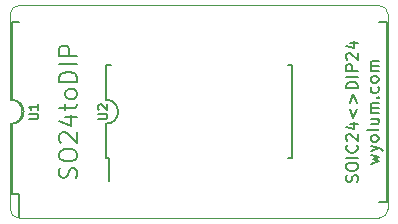
<source format=gto>
G04 #@! TF.FileFunction,Legend,Top*
%FSLAX46Y46*%
G04 Gerber Fmt 4.6, Leading zero omitted, Abs format (unit mm)*
G04 Created by KiCad (PCBNEW 4.0.2-4+6225~38~ubuntu15.10.1-stable) date Fri May 13 21:54:02 2016*
%MOMM*%
G01*
G04 APERTURE LIST*
%ADD10C,0.101600*%
%ADD11C,0.100000*%
%ADD12C,0.150000*%
%ADD13C,0.200000*%
%ADD14R,0.600000X2.000000*%
%ADD15O,1.600200X2.286000*%
G04 APERTURE END LIST*
D10*
D11*
X0Y8000000D02*
X0Y750000D01*
X0Y8000000D02*
G75*
G03X0Y10000000I0J1000000D01*
G01*
X32000000Y17250000D02*
G75*
G03X31250000Y18000000I-750000J0D01*
G01*
D12*
X30535714Y4619048D02*
X31202381Y4809524D01*
X30726190Y5000001D01*
X31202381Y5190477D01*
X30535714Y5380953D01*
X30535714Y5666667D02*
X31202381Y5904762D01*
X30535714Y6142858D02*
X31202381Y5904762D01*
X31440476Y5809524D01*
X31488095Y5761905D01*
X31535714Y5666667D01*
X31202381Y6666667D02*
X31154762Y6571429D01*
X31107143Y6523810D01*
X31011905Y6476191D01*
X30726190Y6476191D01*
X30630952Y6523810D01*
X30583333Y6571429D01*
X30535714Y6666667D01*
X30535714Y6809525D01*
X30583333Y6904763D01*
X30630952Y6952382D01*
X30726190Y7000001D01*
X31011905Y7000001D01*
X31107143Y6952382D01*
X31154762Y6904763D01*
X31202381Y6809525D01*
X31202381Y6666667D01*
X31202381Y7571429D02*
X31154762Y7476191D01*
X31059524Y7428572D01*
X30202381Y7428572D01*
X30535714Y8380954D02*
X31202381Y8380954D01*
X30535714Y7952382D02*
X31059524Y7952382D01*
X31154762Y8000001D01*
X31202381Y8095239D01*
X31202381Y8238097D01*
X31154762Y8333335D01*
X31107143Y8380954D01*
X31202381Y8857144D02*
X30535714Y8857144D01*
X30630952Y8857144D02*
X30583333Y8904763D01*
X30535714Y9000001D01*
X30535714Y9142859D01*
X30583333Y9238097D01*
X30678571Y9285716D01*
X31202381Y9285716D01*
X30678571Y9285716D02*
X30583333Y9333335D01*
X30535714Y9428573D01*
X30535714Y9571430D01*
X30583333Y9666668D01*
X30678571Y9714287D01*
X31202381Y9714287D01*
X31107143Y10190477D02*
X31154762Y10238096D01*
X31202381Y10190477D01*
X31154762Y10142858D01*
X31107143Y10190477D01*
X31202381Y10190477D01*
X31154762Y11095239D02*
X31202381Y11000001D01*
X31202381Y10809524D01*
X31154762Y10714286D01*
X31107143Y10666667D01*
X31011905Y10619048D01*
X30726190Y10619048D01*
X30630952Y10666667D01*
X30583333Y10714286D01*
X30535714Y10809524D01*
X30535714Y11000001D01*
X30583333Y11095239D01*
X31202381Y11666667D02*
X31154762Y11571429D01*
X31107143Y11523810D01*
X31011905Y11476191D01*
X30726190Y11476191D01*
X30630952Y11523810D01*
X30583333Y11571429D01*
X30535714Y11666667D01*
X30535714Y11809525D01*
X30583333Y11904763D01*
X30630952Y11952382D01*
X30726190Y12000001D01*
X31011905Y12000001D01*
X31107143Y11952382D01*
X31154762Y11904763D01*
X31202381Y11809525D01*
X31202381Y11666667D01*
X31202381Y12428572D02*
X30535714Y12428572D01*
X30630952Y12428572D02*
X30583333Y12476191D01*
X30535714Y12571429D01*
X30535714Y12714287D01*
X30583333Y12809525D01*
X30678571Y12857144D01*
X31202381Y12857144D01*
X30678571Y12857144D02*
X30583333Y12904763D01*
X30535714Y13000001D01*
X30535714Y13142858D01*
X30583333Y13238096D01*
X30678571Y13285715D01*
X31202381Y13285715D01*
X29404762Y3071429D02*
X29452381Y3214286D01*
X29452381Y3452382D01*
X29404762Y3547620D01*
X29357143Y3595239D01*
X29261905Y3642858D01*
X29166667Y3642858D01*
X29071429Y3595239D01*
X29023810Y3547620D01*
X28976190Y3452382D01*
X28928571Y3261905D01*
X28880952Y3166667D01*
X28833333Y3119048D01*
X28738095Y3071429D01*
X28642857Y3071429D01*
X28547619Y3119048D01*
X28500000Y3166667D01*
X28452381Y3261905D01*
X28452381Y3500001D01*
X28500000Y3642858D01*
X28452381Y4261905D02*
X28452381Y4452382D01*
X28500000Y4547620D01*
X28595238Y4642858D01*
X28785714Y4690477D01*
X29119048Y4690477D01*
X29309524Y4642858D01*
X29404762Y4547620D01*
X29452381Y4452382D01*
X29452381Y4261905D01*
X29404762Y4166667D01*
X29309524Y4071429D01*
X29119048Y4023810D01*
X28785714Y4023810D01*
X28595238Y4071429D01*
X28500000Y4166667D01*
X28452381Y4261905D01*
X29452381Y5119048D02*
X28452381Y5119048D01*
X29357143Y6166667D02*
X29404762Y6119048D01*
X29452381Y5976191D01*
X29452381Y5880953D01*
X29404762Y5738095D01*
X29309524Y5642857D01*
X29214286Y5595238D01*
X29023810Y5547619D01*
X28880952Y5547619D01*
X28690476Y5595238D01*
X28595238Y5642857D01*
X28500000Y5738095D01*
X28452381Y5880953D01*
X28452381Y5976191D01*
X28500000Y6119048D01*
X28547619Y6166667D01*
X28547619Y6547619D02*
X28500000Y6595238D01*
X28452381Y6690476D01*
X28452381Y6928572D01*
X28500000Y7023810D01*
X28547619Y7071429D01*
X28642857Y7119048D01*
X28738095Y7119048D01*
X28880952Y7071429D01*
X29452381Y6500000D01*
X29452381Y7119048D01*
X28785714Y7976191D02*
X29452381Y7976191D01*
X28404762Y7738095D02*
X29119048Y7500000D01*
X29119048Y8119048D01*
X28785714Y9261905D02*
X29071429Y8500000D01*
X29357143Y9261905D01*
X28785714Y9738095D02*
X29071429Y10500000D01*
X29357143Y9738095D01*
X29452381Y10976190D02*
X28452381Y10976190D01*
X28452381Y11214285D01*
X28500000Y11357143D01*
X28595238Y11452381D01*
X28690476Y11500000D01*
X28880952Y11547619D01*
X29023810Y11547619D01*
X29214286Y11500000D01*
X29309524Y11452381D01*
X29404762Y11357143D01*
X29452381Y11214285D01*
X29452381Y10976190D01*
X29452381Y11976190D02*
X28452381Y11976190D01*
X29452381Y12452380D02*
X28452381Y12452380D01*
X28452381Y12833333D01*
X28500000Y12928571D01*
X28547619Y12976190D01*
X28642857Y13023809D01*
X28785714Y13023809D01*
X28880952Y12976190D01*
X28928571Y12928571D01*
X28976190Y12833333D01*
X28976190Y12452380D01*
X28547619Y13404761D02*
X28500000Y13452380D01*
X28452381Y13547618D01*
X28452381Y13785714D01*
X28500000Y13880952D01*
X28547619Y13928571D01*
X28642857Y13976190D01*
X28738095Y13976190D01*
X28880952Y13928571D01*
X29452381Y13357142D01*
X29452381Y13976190D01*
X28785714Y14833333D02*
X29452381Y14833333D01*
X28404762Y14595237D02*
X29119048Y14357142D01*
X29119048Y14976190D01*
D13*
X5607143Y3392857D02*
X5678571Y3607143D01*
X5678571Y3964286D01*
X5607143Y4107143D01*
X5535714Y4178572D01*
X5392857Y4250000D01*
X5250000Y4250000D01*
X5107143Y4178572D01*
X5035714Y4107143D01*
X4964286Y3964286D01*
X4892857Y3678572D01*
X4821429Y3535714D01*
X4750000Y3464286D01*
X4607143Y3392857D01*
X4464286Y3392857D01*
X4321429Y3464286D01*
X4250000Y3535714D01*
X4178571Y3678572D01*
X4178571Y4035714D01*
X4250000Y4250000D01*
X4178571Y5178571D02*
X4178571Y5464285D01*
X4250000Y5607143D01*
X4392857Y5750000D01*
X4678571Y5821428D01*
X5178571Y5821428D01*
X5464286Y5750000D01*
X5607143Y5607143D01*
X5678571Y5464285D01*
X5678571Y5178571D01*
X5607143Y5035714D01*
X5464286Y4892857D01*
X5178571Y4821428D01*
X4678571Y4821428D01*
X4392857Y4892857D01*
X4250000Y5035714D01*
X4178571Y5178571D01*
X4321429Y6392857D02*
X4250000Y6464286D01*
X4178571Y6607143D01*
X4178571Y6964286D01*
X4250000Y7107143D01*
X4321429Y7178572D01*
X4464286Y7250000D01*
X4607143Y7250000D01*
X4821429Y7178572D01*
X5678571Y6321429D01*
X5678571Y7250000D01*
X4678571Y8535714D02*
X5678571Y8535714D01*
X4107143Y8178571D02*
X5178571Y7821428D01*
X5178571Y8750000D01*
X4678571Y9107142D02*
X4678571Y9678571D01*
X4178571Y9321428D02*
X5464286Y9321428D01*
X5607143Y9392856D01*
X5678571Y9535714D01*
X5678571Y9678571D01*
X5678571Y10392857D02*
X5607143Y10249999D01*
X5535714Y10178571D01*
X5392857Y10107142D01*
X4964286Y10107142D01*
X4821429Y10178571D01*
X4750000Y10249999D01*
X4678571Y10392857D01*
X4678571Y10607142D01*
X4750000Y10749999D01*
X4821429Y10821428D01*
X4964286Y10892857D01*
X5392857Y10892857D01*
X5535714Y10821428D01*
X5607143Y10749999D01*
X5678571Y10607142D01*
X5678571Y10392857D01*
X5678571Y11535714D02*
X4178571Y11535714D01*
X4178571Y11892857D01*
X4250000Y12107142D01*
X4392857Y12250000D01*
X4535714Y12321428D01*
X4821429Y12392857D01*
X5035714Y12392857D01*
X5321429Y12321428D01*
X5464286Y12250000D01*
X5607143Y12107142D01*
X5678571Y11892857D01*
X5678571Y11535714D01*
X5678571Y13035714D02*
X4178571Y13035714D01*
X5678571Y13750000D02*
X4178571Y13750000D01*
X4178571Y14321428D01*
X4250000Y14464286D01*
X4321429Y14535714D01*
X4464286Y14607143D01*
X4678571Y14607143D01*
X4821429Y14535714D01*
X4892857Y14464286D01*
X4964286Y14321428D01*
X4964286Y13750000D01*
D11*
X0Y750000D02*
G75*
G03X750000Y0I750000J0D01*
G01*
X31250000Y0D02*
G75*
G03X32000000Y750000I0J750000D01*
G01*
X750000Y18000000D02*
G75*
G03X0Y17250000I0J-750000D01*
G01*
X0Y10000000D02*
X0Y17250000D01*
X31250000Y0D02*
X750000Y0D01*
X32000000Y17250000D02*
X32000000Y750000D01*
X750000Y18000000D02*
X31250000Y18000000D01*
D12*
X8126000Y7984000D02*
G75*
G03X8126000Y10016000I0J1016000D01*
G01*
X23493000Y12937000D02*
X23874000Y12937000D01*
X23493000Y5063000D02*
X23874000Y5063000D01*
X8380000Y5063000D02*
X8380000Y3158000D01*
X8126000Y5063000D02*
X8380000Y5063000D01*
X8126000Y7984000D02*
X8126000Y5063000D01*
X8126000Y12937000D02*
X8126000Y10016000D01*
X8507000Y12937000D02*
X8126000Y12937000D01*
X23874000Y5063000D02*
X23874000Y12937000D01*
X125000Y7984000D02*
G75*
G03X125000Y10016000I0J1016000D01*
G01*
X31875000Y1380000D02*
X31240000Y1380000D01*
X31875000Y16620000D02*
X31875000Y1380000D01*
X31240000Y16620000D02*
X31875000Y16620000D01*
X760000Y2015000D02*
X760000Y110000D01*
X125000Y2015000D02*
X760000Y2015000D01*
X125000Y7984000D02*
X125000Y2015000D01*
X125000Y16620000D02*
X125000Y10016000D01*
X760000Y16620000D02*
X125000Y16620000D01*
X7433905Y8390476D02*
X8081524Y8390476D01*
X8157714Y8428571D01*
X8195810Y8466667D01*
X8233905Y8542857D01*
X8233905Y8695238D01*
X8195810Y8771429D01*
X8157714Y8809524D01*
X8081524Y8847619D01*
X7433905Y8847619D01*
X7510095Y9190476D02*
X7472000Y9228571D01*
X7433905Y9304762D01*
X7433905Y9495238D01*
X7472000Y9571428D01*
X7510095Y9609524D01*
X7586286Y9647619D01*
X7662476Y9647619D01*
X7776762Y9609524D01*
X8233905Y9152381D01*
X8233905Y9647619D01*
X1561905Y8390476D02*
X2209524Y8390476D01*
X2285714Y8428571D01*
X2323810Y8466667D01*
X2361905Y8542857D01*
X2361905Y8695238D01*
X2323810Y8771429D01*
X2285714Y8809524D01*
X2209524Y8847619D01*
X1561905Y8847619D01*
X2361905Y9647619D02*
X2361905Y9190476D01*
X2361905Y9419047D02*
X1561905Y9419047D01*
X1676190Y9342857D01*
X1752381Y9266666D01*
X1790476Y9190476D01*
%LPC*%
D14*
X9015000Y4300000D03*
X10285000Y4300000D03*
X11555000Y4300000D03*
X12825000Y4300000D03*
X14095000Y4300000D03*
X15365000Y4300000D03*
X16635000Y4300000D03*
X17905000Y4300000D03*
X19175000Y4300000D03*
X20445000Y4300000D03*
X21715000Y4300000D03*
X22985000Y4300000D03*
X22985000Y13700000D03*
X21715000Y13700000D03*
X20445000Y13700000D03*
X19175000Y13700000D03*
X17905000Y13700000D03*
X16635000Y13700000D03*
X15365000Y13700000D03*
X14095000Y13700000D03*
X12825000Y13700000D03*
X11555000Y13700000D03*
X10285000Y13700000D03*
X9015000Y13700000D03*
D15*
X2030000Y1380000D03*
X4570000Y1380000D03*
X7110000Y1380000D03*
X9650000Y1380000D03*
X12190000Y1380000D03*
X14730000Y1380000D03*
X17270000Y1380000D03*
X19810000Y1380000D03*
X22350000Y1380000D03*
X24890000Y1380000D03*
X27430000Y1380000D03*
X29970000Y1380000D03*
X29970000Y16620000D03*
X27430000Y16620000D03*
X24890000Y16620000D03*
X22350000Y16620000D03*
X19810000Y16620000D03*
X17270000Y16620000D03*
X14730000Y16620000D03*
X12190000Y16620000D03*
X9650000Y16620000D03*
X7110000Y16620000D03*
X4570000Y16620000D03*
X2030000Y16620000D03*
M02*

</source>
